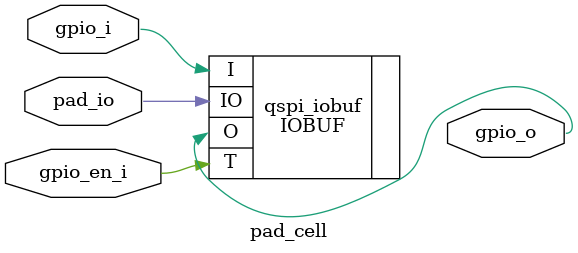
<source format=sv>

module pad_cell #(
) (
    input  logic gpio_i,
    input  logic gpio_en_i,
    output logic gpio_o,

    inout logic pad_io
);

  IOBUF qspi_iobuf (
      .T (gpio_en_i),
      .I (gpio_i),
      .O (gpio_o),
      .IO(pad_io)
  );

endmodule

</source>
